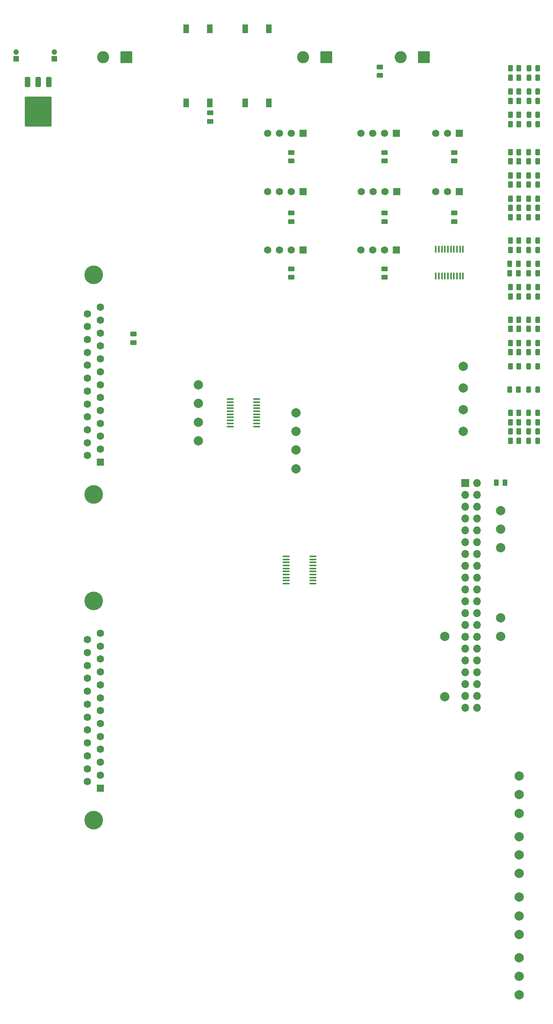
<source format=gbr>
%TF.GenerationSoftware,KiCad,Pcbnew,9.0.0*%
%TF.CreationDate,2025-03-11T18:36:24-04:00*%
%TF.ProjectId,pnp_controller,706e705f-636f-46e7-9472-6f6c6c65722e,rev?*%
%TF.SameCoordinates,Original*%
%TF.FileFunction,Soldermask,Top*%
%TF.FilePolarity,Negative*%
%FSLAX46Y46*%
G04 Gerber Fmt 4.6, Leading zero omitted, Abs format (unit mm)*
G04 Created by KiCad (PCBNEW 9.0.0) date 2025-03-11 18:36:24*
%MOMM*%
%LPD*%
G01*
G04 APERTURE LIST*
G04 Aperture macros list*
%AMRoundRect*
0 Rectangle with rounded corners*
0 $1 Rounding radius*
0 $2 $3 $4 $5 $6 $7 $8 $9 X,Y pos of 4 corners*
0 Add a 4 corners polygon primitive as box body*
4,1,4,$2,$3,$4,$5,$6,$7,$8,$9,$2,$3,0*
0 Add four circle primitives for the rounded corners*
1,1,$1+$1,$2,$3*
1,1,$1+$1,$4,$5*
1,1,$1+$1,$6,$7*
1,1,$1+$1,$8,$9*
0 Add four rect primitives between the rounded corners*
20,1,$1+$1,$2,$3,$4,$5,0*
20,1,$1+$1,$4,$5,$6,$7,0*
20,1,$1+$1,$6,$7,$8,$9,0*
20,1,$1+$1,$8,$9,$2,$3,0*%
G04 Aperture macros list end*
%ADD10C,1.574000*%
%ADD11RoundRect,0.102000X-0.685000X-0.685000X0.685000X-0.685000X0.685000X0.685000X-0.685000X0.685000X0*%
%ADD12RoundRect,0.250000X0.450000X-0.262500X0.450000X0.262500X-0.450000X0.262500X-0.450000X-0.262500X0*%
%ADD13RoundRect,0.250000X-0.262500X-0.450000X0.262500X-0.450000X0.262500X0.450000X-0.262500X0.450000X0*%
%ADD14RoundRect,0.243750X-0.243750X-0.456250X0.243750X-0.456250X0.243750X0.456250X-0.243750X0.456250X0*%
%ADD15C,2.000000*%
%ADD16RoundRect,0.100000X0.100000X-0.637500X0.100000X0.637500X-0.100000X0.637500X-0.100000X-0.637500X0*%
%ADD17RoundRect,0.100000X0.637500X0.100000X-0.637500X0.100000X-0.637500X-0.100000X0.637500X-0.100000X0*%
%ADD18C,4.000000*%
%ADD19R,1.600000X1.600000*%
%ADD20C,1.600000*%
%ADD21R,1.200000X1.200000*%
%ADD22C,1.200000*%
%ADD23RoundRect,0.250000X1.050000X1.050000X-1.050000X1.050000X-1.050000X-1.050000X1.050000X-1.050000X0*%
%ADD24C,2.600000*%
%ADD25R,1.270000X1.905000*%
%ADD26RoundRect,0.250000X-0.450000X0.262500X-0.450000X-0.262500X0.450000X-0.262500X0.450000X0.262500X0*%
%ADD27RoundRect,0.250000X0.262500X0.450000X-0.262500X0.450000X-0.262500X-0.450000X0.262500X-0.450000X0*%
%ADD28RoundRect,0.100000X-0.637500X-0.100000X0.637500X-0.100000X0.637500X0.100000X-0.637500X0.100000X0*%
%ADD29RoundRect,0.250000X-0.350000X0.850000X-0.350000X-0.850000X0.350000X-0.850000X0.350000X0.850000X0*%
%ADD30RoundRect,0.249997X-2.650003X2.950003X-2.650003X-2.950003X2.650003X-2.950003X2.650003X2.950003X0*%
%ADD31R,1.700000X1.700000*%
%ADD32O,1.700000X1.700000*%
G04 APERTURE END LIST*
D10*
%TO.C,J13*%
X109920000Y0D03*
X112460000Y0D03*
X115000000Y0D03*
D11*
X117540000Y0D03*
%TD*%
D12*
%TO.C,R31*%
X115000000Y7912500D03*
X115000000Y6087500D03*
%TD*%
D10*
%TO.C,J15*%
X129920000Y0D03*
X132460000Y0D03*
X135000000Y0D03*
D11*
X137540000Y0D03*
%TD*%
D12*
%TO.C,R26*%
X135000000Y7912500D03*
X135000000Y6087500D03*
%TD*%
%TO.C,R43*%
X135000000Y-4087500D03*
X135000000Y-5912500D03*
%TD*%
D13*
%TO.C,R4*%
X162087500Y14000000D03*
X163912500Y14000000D03*
%TD*%
D14*
%TO.C,D7*%
X166062500Y-20000000D03*
X167937500Y-20000000D03*
%TD*%
%TO.C,D16*%
X166062500Y-39000000D03*
X167937500Y-39000000D03*
%TD*%
D11*
%TO.C,J9*%
X117500000Y12500000D03*
D10*
X114960000Y12500000D03*
X112420000Y12500000D03*
X109880000Y12500000D03*
%TD*%
D15*
%TO.C,TP28*%
X164000000Y-113000000D03*
%TD*%
D10*
%TO.C,J11*%
X146000000Y25000000D03*
X148540000Y25000000D03*
D11*
X151080000Y25000000D03*
%TD*%
D14*
%TO.C,D11*%
X166062500Y-37000000D03*
X167937500Y-37000000D03*
%TD*%
D15*
%TO.C,TP20*%
X152000000Y-34300000D03*
%TD*%
%TO.C,TP16*%
X95000000Y-41000000D03*
%TD*%
D16*
%TO.C,U5*%
X146075000Y-5612500D03*
X146725000Y-5612500D03*
X147375000Y-5612500D03*
X148025000Y-5612500D03*
X148675000Y-5612500D03*
X149325000Y-5612500D03*
X149975000Y-5612500D03*
X150625000Y-5612500D03*
X151275000Y-5612500D03*
X151925000Y-5612500D03*
X151925000Y112500D03*
X151275000Y112500D03*
X150625000Y112500D03*
X149975000Y112500D03*
X149325000Y112500D03*
X148675000Y112500D03*
X148025000Y112500D03*
X147375000Y112500D03*
X146725000Y112500D03*
X146075000Y112500D03*
%TD*%
D15*
%TO.C,TP21*%
X160000000Y-56000000D03*
%TD*%
D14*
%TO.C,D26*%
X166125000Y27000000D03*
X168000000Y27000000D03*
%TD*%
%TO.C,D6*%
X166062500Y-5000000D03*
X167937500Y-5000000D03*
%TD*%
D13*
%TO.C,R38*%
X162087500Y7000000D03*
X163912500Y7000000D03*
%TD*%
D15*
%TO.C,TP1*%
X148000000Y-96000000D03*
%TD*%
D14*
%TO.C,D19*%
X166125000Y39000000D03*
X168000000Y39000000D03*
%TD*%
%TO.C,D28*%
X166125000Y29000000D03*
X168000000Y29000000D03*
%TD*%
D15*
%TO.C,TP12*%
X116000000Y-43000000D03*
%TD*%
D13*
%TO.C,R21*%
X162087500Y39000000D03*
X163912500Y39000000D03*
%TD*%
D17*
%TO.C,U2*%
X119612500Y-71675000D03*
X119612500Y-71025000D03*
X119612500Y-70375000D03*
X119612500Y-69725000D03*
X119612500Y-69075000D03*
X119612500Y-68425000D03*
X119612500Y-67775000D03*
X119612500Y-67125000D03*
X119612500Y-66475000D03*
X119612500Y-65825000D03*
X113887500Y-65825000D03*
X113887500Y-66475000D03*
X113887500Y-67125000D03*
X113887500Y-67775000D03*
X113887500Y-68425000D03*
X113887500Y-69075000D03*
X113887500Y-69725000D03*
X113887500Y-70375000D03*
X113887500Y-71025000D03*
X113887500Y-71675000D03*
%TD*%
D13*
%TO.C,R10*%
X162087500Y0D03*
X163912500Y0D03*
%TD*%
%TO.C,R14*%
X162087500Y-17000000D03*
X163912500Y-17000000D03*
%TD*%
%TO.C,R15*%
X162087500Y-35000000D03*
X163912500Y-35000000D03*
%TD*%
D15*
%TO.C,TP5*%
X164000000Y-133900000D03*
%TD*%
D14*
%TO.C,D30*%
X166062500Y-30000000D03*
X167937500Y-30000000D03*
%TD*%
D18*
%TO.C,J2*%
X72500000Y-5400000D03*
X72500000Y-52500000D03*
D19*
X73920000Y-45570000D03*
D20*
X73920000Y-42800000D03*
X73920000Y-40030000D03*
X73920000Y-37260000D03*
X73920000Y-34490000D03*
X73920000Y-31720000D03*
X73920000Y-28950000D03*
X73920000Y-26180000D03*
X73920000Y-23410000D03*
X73920000Y-20640000D03*
X73920000Y-17870000D03*
X73920000Y-15100000D03*
X73920000Y-12330000D03*
X71080000Y-44185000D03*
X71080000Y-41415000D03*
X71080000Y-38645000D03*
X71080000Y-35875000D03*
X71080000Y-33105000D03*
X71080000Y-30335000D03*
X71080000Y-27565000D03*
X71080000Y-24795000D03*
X71080000Y-22025000D03*
X71080000Y-19255000D03*
X71080000Y-16485000D03*
X71080000Y-13715000D03*
%TD*%
D21*
%TO.C,C2*%
X64000000Y41000000D03*
D22*
X64000000Y42500000D03*
%TD*%
D15*
%TO.C,TP24*%
X160000000Y-60000000D03*
%TD*%
D13*
%TO.C,R32*%
X162087500Y-8000000D03*
X163912500Y-8000000D03*
%TD*%
%TO.C,R12*%
X162087500Y-25000000D03*
X163912500Y-25000000D03*
%TD*%
%TO.C,R22*%
X162087500Y21000000D03*
X163912500Y21000000D03*
%TD*%
D11*
%TO.C,J12*%
X151080000Y12500000D03*
D10*
X148540000Y12500000D03*
X146000000Y12500000D03*
%TD*%
D14*
%TO.C,D10*%
X166062500Y0D03*
X167937500Y0D03*
%TD*%
%TO.C,D17*%
X166062500Y2000000D03*
X167937500Y2000000D03*
%TD*%
D13*
%TO.C,R20*%
X162087500Y-15000000D03*
X163912500Y-15000000D03*
%TD*%
%TO.C,R3*%
X162087500Y16000000D03*
X163912500Y16000000D03*
%TD*%
D15*
%TO.C,TP23*%
X160000000Y-64000000D03*
%TD*%
D12*
%TO.C,R17*%
X81000000Y-19912500D03*
X81000000Y-18087500D03*
%TD*%
D13*
%TO.C,R16*%
X162087500Y-39000000D03*
X163912500Y-39000000D03*
%TD*%
D14*
%TO.C,D23*%
X166062500Y9000000D03*
X167937500Y9000000D03*
%TD*%
D15*
%TO.C,TP4*%
X164000000Y-121000000D03*
%TD*%
D12*
%TO.C,R35*%
X150000000Y19087500D03*
X150000000Y20912500D03*
%TD*%
D15*
%TO.C,TP13*%
X116000000Y-47000000D03*
%TD*%
D13*
%TO.C,R19*%
X162087500Y2000000D03*
X163912500Y2000000D03*
%TD*%
D12*
%TO.C,R39*%
X115000000Y-5912500D03*
X115000000Y-4087500D03*
%TD*%
D13*
%TO.C,R33*%
X162087500Y-41000000D03*
X163912500Y-41000000D03*
%TD*%
D15*
%TO.C,TP14*%
X95000000Y-33000000D03*
%TD*%
%TO.C,TP31*%
X164000000Y-143000000D03*
%TD*%
D13*
%TO.C,R40*%
X162087500Y29000000D03*
X163912500Y29000000D03*
%TD*%
D23*
%TO.C,J6*%
X143500000Y41367500D03*
D24*
X138500000Y41367500D03*
%TD*%
D15*
%TO.C,TP2*%
X164000000Y-147000000D03*
%TD*%
D14*
%TO.C,D14*%
X166062500Y-17000000D03*
X167937500Y-17000000D03*
%TD*%
%TO.C,D2*%
X166125000Y32000000D03*
X168000000Y32000000D03*
%TD*%
%TO.C,D12*%
X166062500Y-25000000D03*
X167937500Y-25000000D03*
%TD*%
D13*
%TO.C,R36*%
X162087500Y27000000D03*
X163912500Y27000000D03*
%TD*%
D14*
%TO.C,D21*%
X166062500Y-41000000D03*
X167937500Y-41000000D03*
%TD*%
D15*
%TO.C,TP25*%
X164000000Y-139000000D03*
%TD*%
D11*
%TO.C,J1*%
X137620000Y12500000D03*
D10*
X135080000Y12500000D03*
X132540000Y12500000D03*
X130000000Y12500000D03*
%TD*%
D13*
%TO.C,R2*%
X162087500Y32000000D03*
X163912500Y32000000D03*
%TD*%
D14*
%TO.C,D1*%
X166125000Y34000000D03*
X168000000Y34000000D03*
%TD*%
D12*
%TO.C,R41*%
X135000000Y19087500D03*
X135000000Y20912500D03*
%TD*%
D13*
%TO.C,R8*%
X162087500Y-22000000D03*
X163912500Y-22000000D03*
%TD*%
D14*
%TO.C,D13*%
X166062500Y19000000D03*
X167937500Y19000000D03*
%TD*%
D15*
%TO.C,TP7*%
X160000000Y-79000000D03*
%TD*%
D14*
%TO.C,D8*%
X166062500Y-22000000D03*
X167937500Y-22000000D03*
%TD*%
D15*
%TO.C,TP19*%
X152000000Y-29650000D03*
%TD*%
%TO.C,TP15*%
X95000000Y-37000000D03*
%TD*%
%TO.C,TP8*%
X116000000Y-35000000D03*
%TD*%
%TO.C,TP10*%
X95000000Y-29000000D03*
%TD*%
%TO.C,TP6*%
X148000000Y-83000000D03*
%TD*%
D14*
%TO.C,D15*%
X166062500Y-35000000D03*
X167937500Y-35000000D03*
%TD*%
D11*
%TO.C,J8*%
X117540000Y25000000D03*
D10*
X115000000Y25000000D03*
X112460000Y25000000D03*
X109920000Y25000000D03*
%TD*%
D11*
%TO.C,J14*%
X137580000Y25000000D03*
D10*
X135040000Y25000000D03*
X132500000Y25000000D03*
X129960000Y25000000D03*
%TD*%
D14*
%TO.C,D20*%
X166062500Y21000000D03*
X167937500Y21000000D03*
%TD*%
D15*
%TO.C,TP30*%
X164000000Y-152000000D03*
%TD*%
D14*
%TO.C,D4*%
X166062500Y14000000D03*
X167937500Y14000000D03*
%TD*%
D25*
%TO.C,U1*%
X92360000Y31550000D03*
X97440000Y31550000D03*
X105060000Y31550000D03*
X110140000Y31550000D03*
X110140000Y47450000D03*
X105060000Y47450000D03*
X97440000Y47450000D03*
X92360000Y47450000D03*
%TD*%
D26*
%TO.C,R23*%
X97500000Y29412500D03*
X97500000Y27587500D03*
%TD*%
D15*
%TO.C,TP26*%
X164000000Y-117000000D03*
%TD*%
D14*
%TO.C,D22*%
X166062500Y-10000000D03*
X167937500Y-10000000D03*
%TD*%
D13*
%TO.C,R6*%
X162000000Y-5000000D03*
X163825000Y-5000000D03*
%TD*%
D14*
%TO.C,D27*%
X166062500Y7000000D03*
X167937500Y7000000D03*
%TD*%
D12*
%TO.C,R29*%
X115000000Y19087500D03*
X115000000Y20912500D03*
%TD*%
D15*
%TO.C,TP29*%
X164000000Y-129900000D03*
%TD*%
D14*
%TO.C,D5*%
X166062500Y-3000000D03*
X167937500Y-3000000D03*
%TD*%
D13*
%TO.C,R28*%
X162087500Y-10000000D03*
X163912500Y-10000000D03*
%TD*%
%TO.C,R13*%
X162087500Y19000000D03*
X163912500Y19000000D03*
%TD*%
D15*
%TO.C,TP9*%
X160000000Y-83000000D03*
%TD*%
%TO.C,TP17*%
X152000000Y-39000000D03*
%TD*%
D13*
%TO.C,R34*%
X162087500Y11000000D03*
X163912500Y11000000D03*
%TD*%
%TO.C,R1*%
X162087500Y34000000D03*
X163912500Y34000000D03*
%TD*%
D14*
%TO.C,D25*%
X166062500Y11000000D03*
X167937500Y11000000D03*
%TD*%
D13*
%TO.C,R9*%
X162087500Y37000000D03*
X163912500Y37000000D03*
%TD*%
D15*
%TO.C,TP32*%
X164000000Y-156000000D03*
%TD*%
D13*
%TO.C,R45*%
X162000000Y-30000000D03*
X163825000Y-30000000D03*
%TD*%
D14*
%TO.C,D9*%
X166125000Y37000000D03*
X168000000Y37000000D03*
%TD*%
%TO.C,D18*%
X166062500Y-15000000D03*
X167937500Y-15000000D03*
%TD*%
D15*
%TO.C,TP3*%
X164000000Y-160000000D03*
%TD*%
D18*
%TO.C,J3*%
X72500000Y-75400000D03*
X72500000Y-122500000D03*
D19*
X73920000Y-115570000D03*
D20*
X73920000Y-112800000D03*
X73920000Y-110030000D03*
X73920000Y-107260000D03*
X73920000Y-104490000D03*
X73920000Y-101720000D03*
X73920000Y-98950000D03*
X73920000Y-96180000D03*
X73920000Y-93410000D03*
X73920000Y-90640000D03*
X73920000Y-87870000D03*
X73920000Y-85100000D03*
X73920000Y-82330000D03*
X71080000Y-114185000D03*
X71080000Y-111415000D03*
X71080000Y-108645000D03*
X71080000Y-105875000D03*
X71080000Y-103105000D03*
X71080000Y-100335000D03*
X71080000Y-97565000D03*
X71080000Y-94795000D03*
X71080000Y-92025000D03*
X71080000Y-89255000D03*
X71080000Y-86485000D03*
X71080000Y-83715000D03*
%TD*%
D14*
%TO.C,D24*%
X166062500Y-8000000D03*
X167937500Y-8000000D03*
%TD*%
D27*
%TO.C,R25*%
X160912500Y-50000000D03*
X159087500Y-50000000D03*
%TD*%
D12*
%TO.C,R24*%
X134000000Y37455000D03*
X134000000Y39280000D03*
%TD*%
D13*
%TO.C,R5*%
X162000000Y-3000000D03*
X163825000Y-3000000D03*
%TD*%
%TO.C,R30*%
X162087500Y9000000D03*
X163912500Y9000000D03*
%TD*%
%TO.C,R11*%
X162087500Y-37000000D03*
X163912500Y-37000000D03*
%TD*%
D28*
%TO.C,U3*%
X101807500Y-32075000D03*
X101807500Y-32725000D03*
X101807500Y-33375000D03*
X101807500Y-34025000D03*
X101807500Y-34675000D03*
X101807500Y-35325000D03*
X101807500Y-35975000D03*
X101807500Y-36625000D03*
X101807500Y-37275000D03*
X101807500Y-37925000D03*
X107532500Y-37925000D03*
X107532500Y-37275000D03*
X107532500Y-36625000D03*
X107532500Y-35975000D03*
X107532500Y-35325000D03*
X107532500Y-34675000D03*
X107532500Y-34025000D03*
X107532500Y-33375000D03*
X107532500Y-32725000D03*
X107532500Y-32075000D03*
%TD*%
D15*
%TO.C,TP11*%
X116000000Y-39000000D03*
%TD*%
D13*
%TO.C,R7*%
X162087500Y-20000000D03*
X163912500Y-20000000D03*
%TD*%
D21*
%TO.C,C1*%
X55750000Y41000000D03*
D22*
X55750000Y42500000D03*
%TD*%
D15*
%TO.C,TP18*%
X152000000Y-25000000D03*
%TD*%
D23*
%TO.C,J5*%
X122500000Y41367500D03*
D24*
X117500000Y41367500D03*
%TD*%
D23*
%TO.C,J7*%
X79500000Y41367500D03*
D24*
X74500000Y41367500D03*
%TD*%
D29*
%TO.C,U4*%
X62805000Y36000000D03*
X60525000Y36000000D03*
D30*
X60525000Y29700000D03*
D29*
X58245000Y36000000D03*
%TD*%
D14*
%TO.C,D3*%
X166062500Y16000000D03*
X167937500Y16000000D03*
%TD*%
D12*
%TO.C,R37*%
X150000000Y6087500D03*
X150000000Y7912500D03*
%TD*%
D15*
%TO.C,TP27*%
X164000000Y-126000000D03*
%TD*%
D31*
%TO.C,J4*%
X152400000Y-50110000D03*
D32*
X154940000Y-50110000D03*
X152400000Y-52650000D03*
X154940000Y-52650000D03*
X152400000Y-55190000D03*
X154940000Y-55190000D03*
X152400000Y-57730000D03*
X154940000Y-57730000D03*
X152400000Y-60270000D03*
X154940000Y-60270000D03*
X152400000Y-62810000D03*
X154940000Y-62810000D03*
X152400000Y-65350000D03*
X154940000Y-65350000D03*
X152400000Y-67890000D03*
X154940000Y-67890000D03*
X152400000Y-70430000D03*
X154940000Y-70430000D03*
X152400000Y-72970000D03*
X154940000Y-72970000D03*
X152400000Y-75510000D03*
X154940000Y-75510000D03*
X152400000Y-78050000D03*
X154940000Y-78050000D03*
X152400000Y-80590000D03*
X154940000Y-80590000D03*
X152400000Y-83130000D03*
X154940000Y-83130000D03*
X152400000Y-85670000D03*
X154940000Y-85670000D03*
X152400000Y-88210000D03*
X154940000Y-88210000D03*
X152400000Y-90750000D03*
X154940000Y-90750000D03*
X152400000Y-93290000D03*
X154940000Y-93290000D03*
X152400000Y-95830000D03*
X154940000Y-95830000D03*
X152400000Y-98370000D03*
X154940000Y-98370000D03*
%TD*%
M02*

</source>
